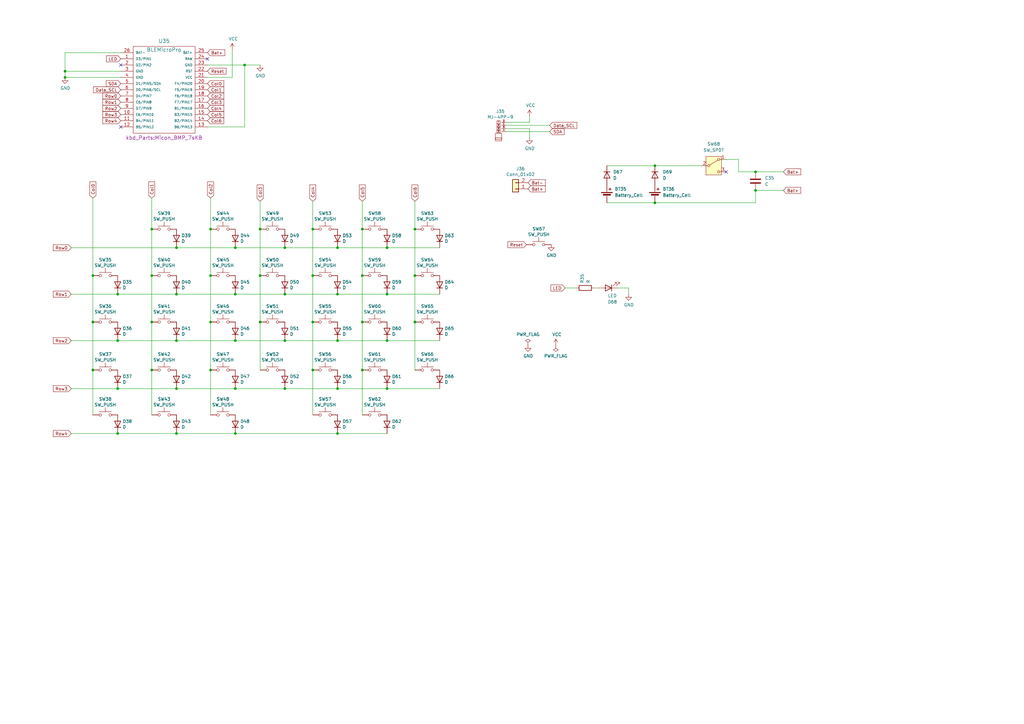
<source format=kicad_sch>
(kicad_sch (version 20250114) (generator "eeschema") (generator_version "9.0")
  (paper "A3")
  (lib_symbols
    (symbol "Connector_Generic:Conn_01x02" (pin_names (offset 1.016) (hide yes))
      (property "Reference" "J" (at 0 2.54 0))
      (property "Value" "Conn_01x02" (at 0 -5.08 0))
      (symbol "Conn_01x02_1_1"
        (rectangle (start -1.27 1.27) (end 1.27 -3.81) (stroke (width 0.254)) (fill (type background)))
        (rectangle (start -1.27 0.127) (end 0 -0.127) (stroke (width 0.1524)))
        (rectangle (start -1.27 -2.413) (end 0 -2.667) (stroke (width 0.1524)))
        (pin passive line (at -5.08 0 0) (length 3.81) (name "Pin_1") (number "1"))
        (pin passive line (at -5.08 -2.54 0) (length 3.81) (name "Pin_2") (number "2"))
      )
    )
    (symbol "D_1" (pin_numbers (hide yes)) (pin_names (offset 1.016) (hide yes))
      (property "Reference" "D" (at 0 2.54 0))
      (property "Value" "D" (at 0 -2.54 0))
      (symbol "D_1_0_1"
        (polyline (pts (xy -1.27 1.27) (xy -1.27 -1.27)) (stroke (width 0.254)))
        (polyline (pts (xy 1.27 1.27) (xy 1.27 -1.27) (xy -1.27 0) (xy 1.27 1.27)) (stroke (width 0.254)))
        (polyline (pts (xy 1.27 0) (xy -1.27 0)))
      )
      (symbol "D_1_1_1"
        (pin passive line (at -3.81 0 0) (length 2.54) (name "K") (number "1"))
        (pin passive line (at 3.81 0 180) (length 2.54) (name "A") (number "2"))
      )
    )
    (symbol "Device:Battery_Cell" (pin_numbers (hide yes)) (pin_names (offset 0) (hide yes))
      (property "Reference" "BT" (at 2.54 2.54 0))
      (property "Value" "Battery_Cell" (at 2.54 0 0))
      (symbol "Battery_Cell_0_1"
        (rectangle (start -2.286 1.778) (end 2.286 1.524) (fill (type outline)))
        (rectangle (start -1.524 1.016) (end 1.524 0.508) (fill (type outline)))
        (polyline (pts (xy 0 1.778) (xy 0 2.54)))
        (polyline (pts (xy 0 0.762) (xy 0 0)))
        (polyline (pts (xy 0.762 3.048) (xy 1.778 3.048)) (stroke (width 0.254)))
        (polyline (pts (xy 1.27 3.556) (xy 1.27 2.54)) (stroke (width 0.254)))
      )
      (symbol "Battery_Cell_1_1"
        (pin passive line (at 0 5.08 270) (length 2.54) (name "+") (number "1"))
        (pin passive line (at 0 -2.54 90) (length 2.54) (name "-") (number "2"))
      )
    )
    (symbol "Device:C" (pin_numbers (hide yes)) (pin_names (offset 0.254))
      (property "Reference" "C" (at 0.635 2.54 0))
      (property "Value" "C" (at 0.635 -2.54 0))
      (symbol "C_0_1"
        (polyline (pts (xy -2.032 0.762) (xy 2.032 0.762)) (stroke (width 0.508)))
        (polyline (pts (xy -2.032 -0.762) (xy 2.032 -0.762)) (stroke (width 0.508)))
      )
      (symbol "C_1_1"
        (pin passive line (at 0 3.81 270) (length 2.794) (name "~") (number "1"))
        (pin passive line (at 0 -3.81 90) (length 2.794) (name "~") (number "2"))
      )
    )
    (symbol "Device:D" (pin_numbers (hide yes)) (pin_names (offset 1.016) (hide yes))
      (property "Reference" "D" (at 0 2.54 0))
      (property "Value" "D" (at 0 -2.54 0))
      (symbol "D_0_1"
        (polyline (pts (xy -1.27 1.27) (xy -1.27 -1.27)) (stroke (width 0.254)))
        (polyline (pts (xy 1.27 1.27) (xy 1.27 -1.27) (xy -1.27 0) (xy 1.27 1.27)) (stroke (width 0.254)))
        (polyline (pts (xy 1.27 0) (xy -1.27 0)))
      )
      (symbol "D_1_1"
        (pin passive line (at -3.81 0 0) (length 2.54) (name "K") (number "1"))
        (pin passive line (at 3.81 0 180) (length 2.54) (name "A") (number "2"))
      )
    )
    (symbol "Device:LED" (pin_numbers (hide yes)) (pin_names (offset 1.016) (hide yes))
      (property "Reference" "D" (at 0 2.54 0))
      (property "Value" "LED" (at 0 -2.54 0))
      (symbol "LED_0_1"
        (polyline (pts (xy -3.048 -0.762) (xy -4.572 -2.286) (xy -3.81 -2.286) (xy -4.572 -2.286) (xy -4.572 -1.524)))
        (polyline (pts (xy -1.778 -0.762) (xy -3.302 -2.286) (xy -2.54 -2.286) (xy -3.302 -2.286) (xy -3.302 -1.524)))
        (polyline (pts (xy -1.27 0) (xy 1.27 0)))
        (polyline (pts (xy -1.27 -1.27) (xy -1.27 1.27)) (stroke (width 0.254)))
        (polyline (pts (xy 1.27 -1.27) (xy 1.27 1.27) (xy -1.27 0) (xy 1.27 -1.27)) (stroke (width 0.254)))
      )
      (symbol "LED_1_1"
        (pin passive line (at -3.81 0 0) (length 2.54) (name "K") (number "1"))
        (pin passive line (at 3.81 0 180) (length 2.54) (name "A") (number "2"))
      )
    )
    (symbol "Device:R" (pin_numbers (hide yes)) (pin_names (offset 0))
      (property "Reference" "R" (at 2.032 0 90))
      (property "Value" "R" (at 0 0 90))
      (symbol "R_0_1"
        (rectangle (start -1.016 -2.54) (end 1.016 2.54) (stroke (width 0.254)))
      )
      (symbol "R_1_1"
        (pin passive line (at 0 3.81 270) (length 1.27) (name "~") (number "1"))
        (pin passive line (at 0 -3.81 90) (length 1.27) (name "~") (number "2"))
      )
    )
    (symbol "Salicylic_kbd:Micon_BLEMicroPro" (pin_names (offset 1.016))
      (property "Reference" "U" (at 0 26.67 0))
      (property "Value" "Micon_BLEMicroPro" (at 0 -13.97 0))
      (symbol "Micon_BLEMicroPro_0_1"
        (rectangle (start 12.7 24.13) (end -12.7 -11.43))
      )
      (symbol "Micon_BLEMicroPro_1_1"
        (pin input line (at -17.78 21.59 0) (length 5.08) (name "BAT-") (number "26"))
        (pin bidirectional line (at -17.78 19.05 0) (length 5.08) (name "D3/PIN1") (number "1"))
        (pin bidirectional line (at -17.78 16.51 0) (length 5.08) (name "D2/PIN2") (number "2"))
        (pin power_in line (at -17.78 13.97 0) (length 5.08) (name "GND") (number "3"))
        (pin power_in line (at -17.78 11.43 0) (length 5.08) (name "GND") (number "4"))
        (pin bidirectional line (at -17.78 8.89 0) (length 5.08) (name "D1/PIN5/SDA") (number "5"))
        (pin bidirectional line (at -17.78 6.35 0) (length 5.08) (name "D0/PIN6/SCL") (number "6"))
        (pin bidirectional line (at -17.78 3.81 0) (length 5.08) (name "D4/PIN7") (number "7"))
        (pin bidirectional line (at -17.78 1.27 0) (length 5.08) (name "C6/PIN8") (number "8"))
        (pin bidirectional line (at -17.78 -1.27 0) (length 5.08) (name "D7/PIN9") (number "9"))
        (pin bidirectional line (at -17.78 -3.81 0) (length 5.08) (name "E6/PIN10") (number "10"))
        (pin bidirectional line (at -17.78 -6.35 0) (length 5.08) (name "B4/PIN11") (number "11"))
        (pin bidirectional line (at -17.78 -8.89 0) (length 5.08) (name "B5/PIN12") (number "12"))
        (pin input line (at 17.78 21.59 180) (length 5.08) (name "BAT+") (number "25"))
        (pin power_out line (at 17.78 19.05 180) (length 5.08) (name "RAW") (number "24"))
        (pin power_in line (at 17.78 16.51 180) (length 5.08) (name "GND") (number "23"))
        (pin input line (at 17.78 13.97 180) (length 5.08) (name "RST") (number "22"))
        (pin power_in line (at 17.78 11.43 180) (length 5.08) (name "VCC") (number "21"))
        (pin bidirectional line (at 17.78 8.89 180) (length 5.08) (name "F4/PIN20") (number "20"))
        (pin bidirectional line (at 17.78 6.35 180) (length 5.08) (name "F5/PIN19") (number "19"))
        (pin bidirectional line (at 17.78 3.81 180) (length 5.08) (name "F6/PIN18") (number "18"))
        (pin bidirectional line (at 17.78 1.27 180) (length 5.08) (name "F7/PIN17") (number "17"))
        (pin bidirectional line (at 17.78 -1.27 180) (length 5.08) (name "B1/PIN16") (number "16"))
        (pin bidirectional line (at 17.78 -3.81 180) (length 5.08) (name "B3/PIN15") (number "15"))
        (pin bidirectional line (at 17.78 -6.35 180) (length 5.08) (name "B2/PIN14") (number "14"))
        (pin bidirectional line (at 17.78 -8.89 180) (length 5.08) (name "B6/PIN13") (number "13"))
      )
    )
    (symbol "Salicylic_kbd:TRRS_MJ-4PP-9" (pin_names (offset 1.016))
      (property "Reference" "J" (at 0 5.08 0))
      (property "Value" "TRRS_MJ-4PP-9" (at 0 -6.985 0))
      (symbol "TRRS_MJ-4PP-9_0_0"
        (text "T" (at 0 2.54 0) (effects (font (size 0.6096 0.6096))))
        (text "R" (at 0 1.27 0) (effects (font (size 0.6096 0.6096))))
        (text "R" (at 0 0 0) (effects (font (size 0.6096 0.6096))))
        (text "S" (at 0 -1.27 0) (effects (font (size 0.6096 0.6096))))
      )
      (symbol "TRRS_MJ-4PP-9_0_1"
        (rectangle (start -1.27 -1.905) (end 1.27 -5.08))
        (rectangle (start -1.27 -3.81) (end 1.27 -4.445))
        (rectangle (start -0.635 3.175) (end 0.635 1.905))
        (rectangle (start -0.635 1.905) (end 0.635 0.635))
        (rectangle (start -0.635 0.635) (end 0.635 -0.635))
        (rectangle (start -0.635 -0.635) (end 0.635 -1.905))
      )
      (symbol "TRRS_MJ-4PP-9_1_1"
        (pin input line (at 3.175 2.54 180) (length 2.0066) (name "~") (number "D"))
        (pin input line (at 3.175 1.27 180) (length 2.0066) (name "~") (number "C"))
        (pin input line (at 3.175 0 180) (length 2.0066) (name "~") (number "B"))
        (pin input line (at 3.175 -1.27 180) (length 2.0066) (name "~") (number "A"))
      )
    )
    (symbol "Switch:SW_Push" (pin_numbers (hide yes)) (pin_names (offset 1.016) (hide yes))
      (property "Reference" "SW" (at 1.27 2.54 0))
      (property "Value" "SW_Push" (at 0 -1.524 0))
      (symbol "SW_Push_0_1"
        (circle (center -2.032 0) (radius 0.508))
        (polyline (pts (xy 0 1.27) (xy 0 3.048)))
        (circle (center 2.032 0) (radius 0.508))
        (polyline (pts (xy 2.54 1.27) (xy -2.54 1.27)))
        (pin passive line (at -5.08 0 0) (length 2.54) (name "1") (number "1"))
        (pin passive line (at 5.08 0 180) (length 2.54) (name "2") (number "2"))
      )
    )
    (symbol "Switch:SW_SPDT" (pin_names (offset 0) (hide yes))
      (property "Reference" "SW" (at 0 5.08 0))
      (property "Value" "SW_SPDT" (at 0 -5.08 0))
      (symbol "SW_SPDT_0_1"
        (circle (center -2.032 0) (radius 0.4572))
        (polyline (pts (xy -1.651 0.254) (xy 1.651 2.286)))
        (circle (center 2.032 2.54) (radius 0.4572))
        (circle (center 2.032 -2.54) (radius 0.4572))
      )
      (symbol "SW_SPDT_1_1"
        (rectangle (start -3.175 3.81) (end 3.175 -3.81) (fill (type background)))
        (pin passive line (at -5.08 0 0) (length 2.54) (name "B") (number "2"))
        (pin passive line (at 5.08 2.54 180) (length 2.54) (name "A") (number "1"))
        (pin passive line (at 5.08 -2.54 180) (length 2.54) (name "C") (number "3"))
      )
    )
    (symbol "power:GND" (power) (pin_names (offset 0))
      (property "Value" "GND" (at 0 -3.81 0))
      (symbol "GND_0_1"
        (polyline (pts (xy 0 0) (xy 0 -1.27) (xy 1.27 -1.27) (xy 0 -2.54) (xy -1.27 -1.27) (xy 0 -1.27)))
      )
      (symbol "GND_1_1"
        (pin power_in line (at 0 0 270) (length 0) (hide yes) (name "GND") (number "1"))
      )
    )
    (symbol "power:PWR_FLAG" (power) (pin_numbers (hide yes)) (pin_names (offset 0) (hide yes))
      (property "Value" "PWR_FLAG" (at 0 3.81 0))
      (symbol "PWR_FLAG_0_0"
        (pin power_out line (at 0 0 90) (length 0) (name "pwr") (number "1"))
      )
      (symbol "PWR_FLAG_0_1"
        (polyline (pts (xy 0 0) (xy 0 1.27) (xy -1.016 1.905) (xy 0 2.54) (xy 1.016 1.905) (xy 0 1.27)))
      )
    )
    (symbol "power:VCC" (power) (pin_names (offset 0))
      (property "Value" "VCC" (at 0 3.81 0))
      (symbol "VCC_0_1"
        (polyline (pts (xy -0.762 1.27) (xy 0 2.54)))
        (polyline (pts (xy 0 2.54) (xy 0.762 1.27)))
        (polyline (pts (xy 0 0) (xy 0 2.54)))
      )
      (symbol "VCC_1_1"
        (pin power_in line (at 0 0 90) (length 0) (hide yes) (name "VCC") (number "1"))
      )
    )
  )
  (junction (at 62.23 93.98))
  (junction (at 86.36 93.98))
  (junction (at 96.52 139.7))
  (junction (at 48.26 120.65))
  (junction (at 170.18 93.98))
  (junction (at 86.36 113.03))
  (junction (at 158.75 139.7))
  (junction (at 26.67 31.75))
  (junction (at 138.43 177.8))
  (junction (at 86.36 132.08))
  (junction (at 116.84 139.7))
  (junction (at 96.52 120.65))
  (junction (at 148.59 113.03))
  (junction (at 128.27 93.98))
  (junction (at 106.68 132.08))
  (junction (at 38.1 132.08))
  (junction (at 309.88 70.485))
  (junction (at 62.23 151.765))
  (junction (at 48.26 177.8))
  (junction (at 116.84 120.65))
  (junction (at 128.27 113.03))
  (junction (at 106.68 113.03))
  (junction (at 158.75 120.65))
  (junction (at 128.27 151.765))
  (junction (at 26.67 29.21))
  (junction (at 158.75 101.6))
  (junction (at 116.84 101.6))
  (junction (at 158.75 159.385))
  (junction (at 86.36 151.765))
  (junction (at 62.23 113.03))
  (junction (at 138.43 101.6))
  (junction (at 38.1 151.765))
  (junction (at 170.18 132.08))
  (junction (at 96.52 101.6))
  (junction (at 148.59 93.98))
  (junction (at 116.84 159.385))
  (junction (at 138.43 120.65))
  (junction (at 72.39 177.8))
  (junction (at 38.1 113.03))
  (junction (at 72.39 101.6))
  (junction (at 106.68 93.98))
  (junction (at 138.43 139.7))
  (junction (at 268.605 83.185))
  (junction (at 48.26 159.385))
  (junction (at 62.23 132.08))
  (junction (at 100.33 26.67))
  (junction (at 72.39 139.7))
  (junction (at 148.59 151.765))
  (junction (at 48.26 139.7))
  (junction (at 96.52 177.8))
  (junction (at 309.88 78.105))
  (junction (at 138.43 159.385))
  (junction (at 128.27 132.08))
  (junction (at 72.39 120.65))
  (junction (at 170.18 113.03))
  (junction (at 96.52 159.385))
  (junction (at 268.605 67.945))
  (junction (at 72.39 159.385))
  (junction (at 148.59 132.08))
  (no_connect (at 297.815 70.485))
  (no_connect (at 49.53 26.67))
  (no_connect (at 49.53 52.07))
  (no_connect (at 85.09 24.13))
  (wire (pts (xy 170.18 132.08) (xy 170.18 151.765)))
  (wire (pts (xy 86.36 151.765) (xy 86.36 170.18)))
  (wire (pts (xy 138.43 139.7) (xy 158.75 139.7)))
  (wire (pts (xy 38.1 81.28) (xy 38.1 113.03)))
  (wire (pts (xy 29.21 139.7) (xy 48.26 139.7)))
  (wire (pts (xy 158.75 101.6) (xy 180.34 101.6)))
  (wire (pts (xy 243.84 118.11) (xy 245.745 118.11)))
  (wire (pts (xy 29.21 101.6) (xy 72.39 101.6)))
  (wire (pts (xy 170.18 113.03) (xy 170.18 132.08)))
  (wire (pts (xy 207.645 52.705) (xy 217.17 52.705)))
  (wire (pts (xy 86.36 93.98) (xy 86.36 113.03)))
  (wire (pts (xy 29.21 159.385) (xy 48.26 159.385)))
  (wire (pts (xy 62.23 113.03) (xy 62.23 132.08)))
  (wire (pts (xy 116.84 159.385) (xy 138.43 159.385)))
  (wire (pts (xy 128.27 132.08) (xy 128.27 151.765)))
  (wire (pts (xy 148.59 151.765) (xy 148.59 170.18)))
  (wire (pts (xy 302.895 65.405) (xy 302.895 70.485)))
  (wire (pts (xy 138.43 120.65) (xy 158.75 120.65)))
  (wire (pts (xy 96.52 101.6) (xy 116.84 101.6)))
  (wire (pts (xy 48.26 159.385) (xy 72.39 159.385)))
  (wire (pts (xy 29.21 120.65) (xy 48.26 120.65)))
  (wire (pts (xy 207.645 51.435) (xy 225.425 51.435)))
  (wire (pts (xy 62.23 93.98) (xy 62.23 113.03)))
  (wire (pts (xy 248.92 83.185) (xy 268.605 83.185)))
  (wire (pts (xy 253.365 118.11) (xy 257.81 118.11)))
  (wire (pts (xy 29.21 177.8) (xy 48.26 177.8)))
  (wire (pts (xy 138.43 101.6) (xy 158.75 101.6)))
  (wire (pts (xy 86.36 113.03) (xy 86.36 132.08)))
  (wire (pts (xy 48.26 139.7) (xy 72.39 139.7)))
  (wire (pts (xy 309.88 70.485) (xy 321.31 70.485)))
  (wire (pts (xy 72.39 101.6) (xy 96.52 101.6)))
  (wire (pts (xy 148.59 132.08) (xy 148.59 151.765)))
  (wire (pts (xy 148.59 93.98) (xy 148.59 113.03)))
  (wire (pts (xy 72.39 139.7) (xy 96.52 139.7)))
  (wire (pts (xy 72.39 159.385) (xy 96.52 159.385)))
  (wire (pts (xy 95.25 31.75) (xy 95.25 20.32)))
  (wire (pts (xy 100.33 52.07) (xy 100.33 26.67)))
  (wire (pts (xy 297.815 65.405) (xy 302.895 65.405)))
  (wire (pts (xy 116.84 101.6) (xy 138.43 101.6)))
  (wire (pts (xy 128.27 113.03) (xy 128.27 132.08)))
  (wire (pts (xy 48.26 177.8) (xy 72.39 177.8)))
  (wire (pts (xy 248.92 67.945) (xy 268.605 67.945)))
  (wire (pts (xy 170.18 82.55) (xy 170.18 93.98)))
  (wire (pts (xy 85.09 31.75) (xy 95.25 31.75)))
  (wire (pts (xy 302.895 70.485) (xy 309.88 70.485)))
  (wire (pts (xy 106.68 132.08) (xy 106.68 151.765)))
  (wire (pts (xy 128.27 93.98) (xy 128.27 113.03)))
  (wire (pts (xy 207.645 53.975) (xy 225.425 53.975)))
  (wire (pts (xy 158.75 159.385) (xy 180.34 159.385)))
  (wire (pts (xy 217.17 50.165) (xy 217.17 47.625)))
  (wire (pts (xy 96.52 139.7) (xy 116.84 139.7)))
  (wire (pts (xy 138.43 177.8) (xy 158.75 177.8)))
  (wire (pts (xy 116.84 139.7) (xy 138.43 139.7)))
  (wire (pts (xy 138.43 159.385) (xy 158.75 159.385)))
  (wire (pts (xy 86.36 132.08) (xy 86.36 151.765)))
  (wire (pts (xy 309.88 78.105) (xy 309.88 83.185)))
  (wire (pts (xy 26.67 21.59) (xy 26.67 29.21)))
  (wire (pts (xy 217.17 52.705) (xy 217.17 56.515)))
  (wire (pts (xy 106.68 113.03) (xy 106.68 132.08)))
  (wire (pts (xy 158.75 139.7) (xy 180.34 139.7)))
  (wire (pts (xy 62.23 81.28) (xy 62.23 93.98)))
  (wire (pts (xy 100.33 26.67) (xy 85.09 26.67)))
  (wire (pts (xy 128.27 82.55) (xy 128.27 93.98)))
  (wire (pts (xy 85.09 52.07) (xy 100.33 52.07)))
  (wire (pts (xy 148.59 82.55) (xy 148.59 93.98)))
  (wire (pts (xy 170.18 93.98) (xy 170.18 113.03)))
  (wire (pts (xy 49.53 29.21) (xy 26.67 29.21)))
  (wire (pts (xy 49.53 21.59) (xy 26.67 21.59)))
  (wire (pts (xy 257.81 118.11) (xy 257.81 120.65)))
  (wire (pts (xy 62.23 132.08) (xy 62.23 151.765)))
  (wire (pts (xy 309.88 83.185) (xy 268.605 83.185)))
  (wire (pts (xy 128.27 151.765) (xy 128.27 170.18)))
  (wire (pts (xy 309.88 78.105) (xy 321.31 78.105)))
  (wire (pts (xy 116.84 120.65) (xy 138.43 120.65)))
  (wire (pts (xy 96.52 159.385) (xy 116.84 159.385)))
  (wire (pts (xy 207.645 50.165) (xy 217.17 50.165)))
  (wire (pts (xy 86.36 81.28) (xy 86.36 93.98)))
  (wire (pts (xy 38.1 132.08) (xy 38.1 151.765)))
  (wire (pts (xy 48.26 120.65) (xy 72.39 120.65)))
  (wire (pts (xy 106.68 93.98) (xy 106.68 113.03)))
  (wire (pts (xy 106.68 82.55) (xy 106.68 93.98)))
  (wire (pts (xy 38.1 113.03) (xy 38.1 132.08)))
  (wire (pts (xy 231.775 118.11) (xy 236.22 118.11)))
  (wire (pts (xy 96.52 177.8) (xy 138.43 177.8)))
  (wire (pts (xy 62.23 151.765) (xy 62.23 170.18)))
  (wire (pts (xy 268.605 67.945) (xy 287.655 67.945)))
  (wire (pts (xy 26.67 29.21) (xy 26.67 31.75)))
  (wire (pts (xy 49.53 31.75) (xy 26.67 31.75)))
  (wire (pts (xy 158.75 120.65) (xy 180.34 120.65)))
  (wire (pts (xy 106.68 26.67) (xy 100.33 26.67)))
  (wire (pts (xy 72.39 177.8) (xy 96.52 177.8)))
  (wire (pts (xy 72.39 120.65) (xy 96.52 120.65)))
  (wire (pts (xy 148.59 113.03) (xy 148.59 132.08)))
  (wire (pts (xy 38.1 151.765) (xy 38.1 170.18)))
  (wire (pts (xy 96.52 120.65) (xy 116.84 120.65)))
  (global_label "Row1" (shape input) (at 29.21 120.65 180) (property "Intersheetrefs" "${INTERSHEET_REFS}" (effects (hide yes))))
  (global_label "Row3" (shape input) (at 29.21 159.385 180) (property "Intersheetrefs" "${INTERSHEET_REFS}" (effects (hide yes))))
  (global_label "Reset" (shape input) (at 85.09 29.21 0) (property "Intersheetrefs" "${INTERSHEET_REFS}" (effects (hide yes))))
  (global_label "Row1" (shape input) (at 49.53 41.91 180) (property "Intersheetrefs" "${INTERSHEET_REFS}" (effects (hide yes))))
  (global_label "Bat+" (shape input) (at 216.535 77.47 0) (property "Intersheetrefs" "${INTERSHEET_REFS}" (effects (hide yes))))
  (global_label "Col4" (shape input) (at 85.09 44.45 0) (property "Intersheetrefs" "${INTERSHEET_REFS}" (effects (hide yes))))
  (global_label "Col5" (shape input) (at 148.59 82.55 90) (property "Intersheetrefs" "${INTERSHEET_REFS}" (effects (hide yes))))
  (global_label "Row4" (shape input) (at 29.21 177.8 180) (property "Intersheetrefs" "${INTERSHEET_REFS}" (effects (hide yes))))
  (global_label "Row2" (shape input) (at 29.21 139.7 180) (property "Intersheetrefs" "${INTERSHEET_REFS}" (effects (hide yes))))
  (global_label "SDA" (shape input) (at 225.425 53.975 0) (property "Intersheetrefs" "${INTERSHEET_REFS}" (effects (hide yes))))
  (global_label "Bat-" (shape input) (at 216.535 74.93 0) (property "Intersheetrefs" "${INTERSHEET_REFS}" (effects (hide yes))))
  (global_label "Col6" (shape input) (at 85.09 49.53 0) (property "Intersheetrefs" "${INTERSHEET_REFS}" (effects (hide yes))))
  (global_label "Row0" (shape input) (at 29.21 101.6 180) (property "Intersheetrefs" "${INTERSHEET_REFS}" (effects (hide yes))))
  (global_label "Bat+" (shape input) (at 85.09 21.59 0) (property "Intersheetrefs" "${INTERSHEET_REFS}" (effects (hide yes))))
  (global_label "Reset" (shape input) (at 215.9 100.33 180) (property "Intersheetrefs" "${INTERSHEET_REFS}" (effects (hide yes))))
  (global_label "Col0" (shape input) (at 38.1 81.28 90) (property "Intersheetrefs" "${INTERSHEET_REFS}" (effects (hide yes))))
  (global_label "Col1" (shape input) (at 62.23 81.28 90) (property "Intersheetrefs" "${INTERSHEET_REFS}" (effects (hide yes))))
  (global_label "Row0" (shape input) (at 49.53 39.37 180) (property "Intersheetrefs" "${INTERSHEET_REFS}" (effects (hide yes))))
  (global_label "Col6" (shape input) (at 170.18 82.55 90) (property "Intersheetrefs" "${INTERSHEET_REFS}" (effects (hide yes))))
  (global_label "Col2" (shape input) (at 86.36 81.28 90) (property "Intersheetrefs" "${INTERSHEET_REFS}" (effects (hide yes))))
  (global_label "Col0" (shape input) (at 85.09 34.29 0) (property "Intersheetrefs" "${INTERSHEET_REFS}" (effects (hide yes))))
  (global_label "Row4" (shape input) (at 49.53 49.53 180) (property "Intersheetrefs" "${INTERSHEET_REFS}" (effects (hide yes))))
  (global_label "SDA" (shape input) (at 49.53 34.29 180) (property "Intersheetrefs" "${INTERSHEET_REFS}" (effects (hide yes))))
  (global_label "Col1" (shape input) (at 85.09 36.83 0) (property "Intersheetrefs" "${INTERSHEET_REFS}" (effects (hide yes))))
  (global_label "Col5" (shape input) (at 85.09 46.99 0) (property "Intersheetrefs" "${INTERSHEET_REFS}" (effects (hide yes))))
  (global_label "LED" (shape input) (at 231.775 118.11 180) (property "Intersheetrefs" "${INTERSHEET_REFS}" (effects (hide yes))))
  (global_label "Bat+" (shape input) (at 321.31 70.485 0) (property "Intersheetrefs" "${INTERSHEET_REFS}" (effects (hide yes))))
  (global_label "Col4" (shape input) (at 128.27 82.55 90) (property "Intersheetrefs" "${INTERSHEET_REFS}" (effects (hide yes))))
  (global_label "Row3" (shape input) (at 49.53 46.99 180) (property "Intersheetrefs" "${INTERSHEET_REFS}" (effects (hide yes))))
  (global_label "Data_SCL" (shape input) (at 49.53 36.83 180) (property "Intersheetrefs" "${INTERSHEET_REFS}" (effects (hide yes))))
  (global_label "Col2" (shape input) (at 85.09 39.37 0) (property "Intersheetrefs" "${INTERSHEET_REFS}" (effects (hide yes))))
  (global_label "Row2" (shape input) (at 49.53 44.45 180) (property "Intersheetrefs" "${INTERSHEET_REFS}" (effects (hide yes))))
  (global_label "Data_SCL" (shape input) (at 225.425 51.435 0) (property "Intersheetrefs" "${INTERSHEET_REFS}" (effects (hide yes))))
  (global_label "Bat+" (shape input) (at 321.31 78.105 0) (property "Intersheetrefs" "${INTERSHEET_REFS}" (effects (hide yes))))
  (global_label "Col3" (shape input) (at 85.09 41.91 0) (property "Intersheetrefs" "${INTERSHEET_REFS}" (effects (hide yes))))
  (global_label "LED" (shape input) (at 49.53 24.13 180) (property "Intersheetrefs" "${INTERSHEET_REFS}" (effects (hide yes))))
  (global_label "Col3" (shape input) (at 106.68 82.55 90) (property "Intersheetrefs" "${INTERSHEET_REFS}" (effects (hide yes))))
  (symbol (lib_id "Salicylic_kbd:Micon_BLEMicroPro") (at 67.31 43.18 0) (unit 1)
    (property "Reference" "U35" (at 67.31 16.8402 0) (effects (font (size 1.524 1.524))))
    (property "Value" "BLEMicroPro" (at 67.31 19.5326 0) (effects (font (size 1.524 1.524)) (justify top)))
    (property "Footprint" "kbd_Parts:Micon_BMP_7sKB" (at 67.31 56.515 0) (effects (font (size 1.524 1.524))))
  )
  (symbol (lib_id "power:GND") (at 106.68 26.67 0) (unit 1)
    (property "Reference" "#PWR037" (effects (hide yes)))
    (property "Value" "GND" (at 106.807 31.0642 0))
  )
  (symbol (lib_id "power:VCC") (at 95.25 20.32 0) (unit 1)
    (property "Reference" "#PWR036" (effects (hide yes)))
    (property "Value" "VCC" (at 95.6818 15.9258 0))
  )
  (symbol (lib_id "power:GND") (at 26.67 31.75 0) (unit 1)
    (property "Reference" "#PWR035" (effects (hide yes)))
    (property "Value" "GND" (at 26.797 36.1442 0))
  )
  (symbol (lib_id "Device:D") (at 72.39 97.79 90) (unit 1)
    (property "Reference" "D39" (at 74.3966 96.6216 90) (effects (justify right)))
    (property "Value" "D" (at 74.3966 98.933 90) (effects (justify right)))
    (property "Footprint" "kbd_Parts:Diode_TH_SMD" (effects (hide yes)))
  )
  (symbol (lib_id "Device:D") (at 72.39 116.84 90) (unit 1)
    (property "Reference" "D40" (at 74.3966 115.6716 90) (effects (justify right)))
    (property "Value" "D" (at 74.3966 117.983 90) (effects (justify right)))
    (property "Footprint" "kbd_Parts:Diode_TH_SMD" (effects (hide yes)))
  )
  (symbol (lib_id "Device:D") (at 48.26 116.84 90) (unit 1)
    (property "Reference" "D35" (at 50.2666 115.6716 90) (effects (justify right)))
    (property "Value" "D" (at 50.2666 117.983 90) (effects (justify right)))
    (property "Footprint" "kbd_Parts:Diode_TH_SMD" (effects (hide yes)))
  )
  (symbol (lib_id "power:PWR_FLAG") (at 216.535 141.605 0) (unit 1)
    (property "Reference" "#FLG035" (effects (hide yes)))
    (property "Value" "PWR_FLAG" (at 216.535 137.1854 0))
  )
  (symbol (lib_id "power:PWR_FLAG") (at 227.965 141.605 180) (unit 1)
    (property "Reference" "#FLG036" (effects (hide yes)))
    (property "Value" "PWR_FLAG" (at 227.965 145.9992 0))
  )
  (symbol (lib_id "power:GND") (at 216.535 141.605 0) (unit 1)
    (property "Reference" "#PWR038" (effects (hide yes)))
    (property "Value" "GND" (at 216.662 145.9992 0))
  )
  (symbol (lib_id "power:VCC") (at 227.965 141.605 0) (unit 1)
    (property "Reference" "#PWR042" (effects (hide yes)))
    (property "Value" "VCC" (at 228.3968 137.2108 0))
  )
  (symbol (lib_id "Device:D") (at 96.52 97.79 90) (unit 1)
    (property "Reference" "D44" (at 98.5266 96.6216 90) (effects (justify right)))
    (property "Value" "D" (at 98.5266 98.933 90) (effects (justify right)))
    (property "Footprint" "kbd_Parts:Diode_TH_SMD" (effects (hide yes)))
  )
  (symbol (lib_id "Device:D") (at 116.84 97.79 90) (unit 1)
    (property "Reference" "D49" (at 118.8466 96.6216 90) (effects (justify right)))
    (property "Value" "D" (at 118.8466 98.933 90) (effects (justify right)))
    (property "Footprint" "kbd_Parts:Diode_TH_SMD" (effects (hide yes)))
  )
  (symbol (lib_id "Device:D") (at 138.43 97.79 90) (unit 1)
    (property "Reference" "D53" (at 140.4366 96.6216 90) (effects (justify right)))
    (property "Value" "D" (at 140.4366 98.933 90) (effects (justify right)))
    (property "Footprint" "kbd_Parts:Diode_TH_SMD" (effects (hide yes)))
  )
  (symbol (lib_id "Device:D") (at 158.75 97.79 90) (unit 1)
    (property "Reference" "D58" (at 160.7566 96.6216 90) (effects (justify right)))
    (property "Value" "D" (at 160.7566 98.933 90) (effects (justify right)))
    (property "Footprint" "kbd_Parts:Diode_TH_SMD" (effects (hide yes)))
  )
  (symbol (lib_id "Device:D") (at 158.75 116.84 90) (unit 1)
    (property "Reference" "D59" (at 160.7566 115.6716 90) (effects (justify right)))
    (property "Value" "D" (at 160.7566 117.983 90) (effects (justify right)))
    (property "Footprint" "kbd_Parts:Diode_TH_SMD" (effects (hide yes)))
  )
  (symbol (lib_id "Device:D") (at 158.75 135.89 90) (unit 1)
    (property "Reference" "D60" (at 160.7566 134.7216 90) (effects (justify right)))
    (property "Value" "D" (at 160.7566 137.033 90) (effects (justify right)))
    (property "Footprint" "kbd_Parts:Diode_TH_SMD" (effects (hide yes)))
  )
  (symbol (lib_id "Device:D") (at 158.75 155.575 90) (unit 1)
    (property "Reference" "D61" (at 160.7566 154.4066 90) (effects (justify right)))
    (property "Value" "D" (at 160.7566 156.718 90) (effects (justify right)))
    (property "Footprint" "kbd_Parts:Diode_TH_SMD" (effects (hide yes)))
  )
  (symbol (lib_id "Device:D") (at 138.43 155.575 90) (unit 1)
    (property "Reference" "D56" (at 140.4366 154.4066 90) (effects (justify right)))
    (property "Value" "D" (at 140.4366 156.718 90) (effects (justify right)))
    (property "Footprint" "kbd_Parts:Diode_TH_SMD" (effects (hide yes)))
  )
  (symbol (lib_id "Device:D") (at 138.43 135.89 90) (unit 1)
    (property "Reference" "D55" (at 140.4366 134.7216 90) (effects (justify right)))
    (property "Value" "D" (at 140.4366 137.033 90) (effects (justify right)))
    (property "Footprint" "kbd_Parts:Diode_TH_SMD" (effects (hide yes)))
  )
  (symbol (lib_id "Device:D") (at 138.43 116.84 90) (unit 1)
    (property "Reference" "D54" (at 140.4366 115.6716 90) (effects (justify right)))
    (property "Value" "D" (at 140.4366 117.983 90) (effects (justify right)))
    (property "Footprint" "kbd_Parts:Diode_TH_SMD" (effects (hide yes)))
  )
  (symbol (lib_id "Device:D") (at 116.84 116.84 90) (unit 1)
    (property "Reference" "D50" (at 118.8466 115.6716 90) (effects (justify right)))
    (property "Value" "D" (at 118.8466 117.983 90) (effects (justify right)))
    (property "Footprint" "kbd_Parts:Diode_TH_SMD" (effects (hide yes)))
  )
  (symbol (lib_id "Device:D") (at 96.52 116.84 90) (unit 1)
    (property "Reference" "D45" (at 98.5266 115.6716 90) (effects (justify right)))
    (property "Value" "D" (at 98.5266 117.983 90) (effects (justify right)))
    (property "Footprint" "kbd_Parts:Diode_TH_SMD" (effects (hide yes)))
  )
  (symbol (lib_id "Device:D") (at 96.52 135.89 90) (unit 1)
    (property "Reference" "D46" (at 98.5266 134.7216 90) (effects (justify right)))
    (property "Value" "D" (at 98.5266 137.033 90) (effects (justify right)))
    (property "Footprint" "kbd_Parts:Diode_TH_SMD" (effects (hide yes)))
  )
  (symbol (lib_id "Device:D") (at 116.84 135.89 90) (unit 1)
    (property "Reference" "D51" (at 118.8466 134.7216 90) (effects (justify right)))
    (property "Value" "D" (at 118.8466 137.033 90) (effects (justify right)))
    (property "Footprint" "kbd_Parts:Diode_TH_SMD" (effects (hide yes)))
  )
  (symbol (lib_id "Device:D") (at 116.84 155.575 90) (unit 1)
    (property "Reference" "D52" (at 118.8466 154.4066 90) (effects (justify right)))
    (property "Value" "D" (at 118.8466 156.718 90) (effects (justify right)))
    (property "Footprint" "kbd_Parts:Diode_TH_SMD" (effects (hide yes)))
  )
  (symbol (lib_id "Device:D") (at 96.52 155.575 90) (unit 1)
    (property "Reference" "D47" (at 98.5266 154.4066 90) (effects (justify right)))
    (property "Value" "D" (at 98.5266 156.718 90) (effects (justify right)))
    (property "Footprint" "kbd_Parts:Diode_TH_SMD" (effects (hide yes)))
  )
  (symbol (lib_id "Device:D") (at 72.39 155.575 90) (unit 1)
    (property "Reference" "D42" (at 74.3966 154.4066 90) (effects (justify right)))
    (property "Value" "D" (at 74.3966 156.718 90) (effects (justify right)))
    (property "Footprint" "kbd_Parts:Diode_TH_SMD" (effects (hide yes)))
  )
  (symbol (lib_id "Device:D") (at 72.39 135.89 90) (unit 1)
    (property "Reference" "D41" (at 74.3966 134.7216 90) (effects (justify right)))
    (property "Value" "D" (at 74.3966 137.033 90) (effects (justify right)))
    (property "Footprint" "kbd_Parts:Diode_TH_SMD" (effects (hide yes)))
  )
  (symbol (lib_id "Device:D") (at 48.26 135.89 90) (unit 1)
    (property "Reference" "D36" (at 50.2666 134.7216 90) (effects (justify right)))
    (property "Value" "D" (at 50.2666 137.033 90) (effects (justify right)))
    (property "Footprint" "kbd_Parts:Diode_TH_SMD" (effects (hide yes)))
  )
  (symbol (lib_id "Device:D") (at 48.26 155.575 90) (unit 1)
    (property "Reference" "D37" (at 50.2666 154.4066 90) (effects (justify right)))
    (property "Value" "D" (at 50.2666 156.718 90) (effects (justify right)))
    (property "Footprint" "kbd_Parts:Diode_TH_SMD" (effects (hide yes)))
  )
  (symbol (lib_id "Switch:SW_Push") (at 153.67 93.98 0) (unit 1)
    (property "Reference" "SW58" (at 153.67 87.503 0))
    (property "Value" "SW_PUSH" (at 153.67 89.8144 0))
    (property "Footprint" "kbd_SW_PCBA:Choc_v2_Hotswap_1u" (effects (hide yes)))
  )
  (symbol (lib_id "Switch:SW_Push") (at 153.67 113.03 0) (unit 1)
    (property "Reference" "SW59" (at 153.67 106.553 0))
    (property "Value" "SW_PUSH" (at 153.67 108.8644 0))
    (property "Footprint" "kbd_SW_PCBA:Choc_v2_Hotswap_1u" (effects (hide yes)))
  )
  (symbol (lib_id "Switch:SW_Push") (at 153.67 132.08 0) (unit 1)
    (property "Reference" "SW60" (at 153.67 125.603 0))
    (property "Value" "SW_PUSH" (at 153.67 127.9144 0))
    (property "Footprint" "kbd_SW_PCBA:Choc_v2_Hotswap_1u" (effects (hide yes)))
  )
  (symbol (lib_id "Switch:SW_Push") (at 153.67 151.765 0) (unit 1)
    (property "Reference" "SW61" (at 153.67 145.288 0))
    (property "Value" "SW_PUSH" (at 153.67 147.5994 0))
    (property "Footprint" "kbd_SW_PCBA:Choc_v2_Hotswap_1u" (effects (hide yes)))
  )
  (symbol (lib_id "Switch:SW_Push") (at 111.76 93.98 0) (unit 1)
    (property "Reference" "SW49" (at 111.76 87.503 0))
    (property "Value" "SW_PUSH" (at 111.76 89.8144 0))
    (property "Footprint" "kbd_SW_PCBA:Choc_v2_Hotswap_1u" (effects (hide yes)))
  )
  (symbol (lib_id "Switch:SW_Push") (at 111.76 113.03 0) (unit 1)
    (property "Reference" "SW50" (at 111.76 106.553 0))
    (property "Value" "SW_PUSH" (at 111.76 108.8644 0))
    (property "Footprint" "kbd_SW_PCBA:Choc_v2_Hotswap_1u" (effects (hide yes)))
  )
  (symbol (lib_id "Switch:SW_Push") (at 111.76 132.08 0) (unit 1)
    (property "Reference" "SW51" (at 111.76 125.603 0))
    (property "Value" "SW_PUSH" (at 111.76 127.9144 0))
    (property "Footprint" "kbd_SW_PCBA:Choc_v2_Hotswap_1u" (effects (hide yes)))
  )
  (symbol (lib_id "Switch:SW_Push") (at 111.76 151.765 0) (unit 1)
    (property "Reference" "SW52" (at 111.76 145.288 0))
    (property "Value" "SW_PUSH" (at 111.76 147.5994 0))
    (property "Footprint" "kbd_SW_PCBA:Choc_v2_Hotswap_1u" (effects (hide yes)))
  )
  (symbol (lib_id "Switch:SW_Push") (at 133.35 151.765 0) (unit 1)
    (property "Reference" "SW56" (at 133.35 145.288 0))
    (property "Value" "SW_PUSH" (at 133.35 147.5994 0))
    (property "Footprint" "kbd_SW_PCBA:Choc_v2_Hotswap_1u" (effects (hide yes)))
  )
  (symbol (lib_id "Switch:SW_Push") (at 133.35 132.08 0) (unit 1)
    (property "Reference" "SW55" (at 133.35 125.603 0))
    (property "Value" "SW_PUSH" (at 133.35 127.9144 0))
    (property "Footprint" "kbd_SW_PCBA:Choc_v2_Hotswap_1u" (effects (hide yes)))
  )
  (symbol (lib_id "Switch:SW_Push") (at 133.35 113.03 0) (unit 1)
    (property "Reference" "SW54" (at 133.35 106.553 0))
    (property "Value" "SW_PUSH" (at 133.35 108.8644 0))
    (property "Footprint" "kbd_SW_PCBA:Choc_v2_Hotswap_1u" (effects (hide yes)))
  )
  (symbol (lib_id "Switch:SW_Push") (at 133.35 93.98 0) (unit 1)
    (property "Reference" "SW53" (at 133.35 87.503 0))
    (property "Value" "SW_PUSH" (at 133.35 89.8144 0))
    (property "Footprint" "kbd_SW_PCBA:Choc_v2_Hotswap_1u" (effects (hide yes)))
  )
  (symbol (lib_id "Switch:SW_Push") (at 67.31 93.98 0) (unit 1)
    (property "Reference" "SW39" (at 67.31 87.503 0))
    (property "Value" "SW_PUSH" (at 67.31 89.8144 0))
    (property "Footprint" "kbd_SW_PCBA:Choc_v2_Hotswap_1u" (effects (hide yes)))
  )
  (symbol (lib_id "Switch:SW_Push") (at 67.31 113.03 0) (unit 1)
    (property "Reference" "SW40" (at 67.31 106.553 0))
    (property "Value" "SW_PUSH" (at 67.31 108.8644 0))
    (property "Footprint" "kbd_SW_PCBA:Choc_v2_Hotswap_1u" (effects (hide yes)))
  )
  (symbol (lib_id "Switch:SW_Push") (at 67.31 132.08 0) (unit 1)
    (property "Reference" "SW41" (at 67.31 125.603 0))
    (property "Value" "SW_PUSH" (at 67.31 127.9144 0))
    (property "Footprint" "kbd_SW_PCBA:Choc_v2_Hotswap_1u" (effects (hide yes)))
  )
  (symbol (lib_id "Switch:SW_Push") (at 67.31 151.765 0) (unit 1)
    (property "Reference" "SW42" (at 67.31 145.288 0))
    (property "Value" "SW_PUSH" (at 67.31 147.5994 0))
    (property "Footprint" "kbd_SW_PCBA:Choc_v2_Hotswap_1u" (effects (hide yes)))
  )
  (symbol (lib_id "Switch:SW_Push") (at 91.44 151.765 0) (unit 1)
    (property "Reference" "SW47" (at 91.44 145.288 0))
    (property "Value" "SW_PUSH" (at 91.44 147.5994 0))
    (property "Footprint" "kbd_SW_PCBA:Choc_v2_Hotswap_1u" (effects (hide yes)))
  )
  (symbol (lib_id "Switch:SW_Push") (at 91.44 132.08 0) (unit 1)
    (property "Reference" "SW46" (at 91.44 125.603 0))
    (property "Value" "SW_PUSH" (at 91.44 127.9144 0))
    (property "Footprint" "kbd_SW_PCBA:Choc_v2_Hotswap_1u" (effects (hide yes)))
  )
  (symbol (lib_id "Switch:SW_Push") (at 91.44 113.03 0) (unit 1)
    (property "Reference" "SW45" (at 91.44 106.553 0))
    (property "Value" "SW_PUSH" (at 91.44 108.8644 0))
    (property "Footprint" "kbd_SW_PCBA:Choc_v2_Hotswap_1u" (effects (hide yes)))
  )
  (symbol (lib_id "Switch:SW_Push") (at 91.44 93.98 0) (unit 1)
    (property "Reference" "SW44" (at 91.44 87.503 0))
    (property "Value" "SW_PUSH" (at 91.44 89.8144 0))
    (property "Footprint" "kbd_SW_PCBA:Choc_v2_Hotswap_1u" (effects (hide yes)))
  )
  (symbol (lib_id "Switch:SW_Push") (at 43.18 151.765 0) (unit 1)
    (property "Reference" "SW37" (at 43.18 145.288 0))
    (property "Value" "SW_PUSH" (at 43.18 147.5994 0))
    (property "Footprint" "kbd_SW_PCBA:Choc_v2_Hotswap_1u" (effects (hide yes)))
  )
  (symbol (lib_id "Switch:SW_Push") (at 43.18 132.08 0) (unit 1)
    (property "Reference" "SW36" (at 43.18 125.603 0))
    (property "Value" "SW_PUSH" (at 43.18 127.9144 0))
    (property "Footprint" "kbd_SW_PCBA:Choc_v2_Hotswap_1u" (effects (hide yes)))
  )
  (symbol (lib_id "Switch:SW_Push") (at 43.18 113.03 0) (unit 1)
    (property "Reference" "SW35" (at 43.18 106.553 0))
    (property "Value" "SW_PUSH" (at 43.18 108.8644 0))
    (property "Footprint" "kbd_SW_PCBA:Choc_v2_Hotswap_1u" (effects (hide yes)))
  )
  (symbol (lib_id "Switch:SW_Push") (at 43.18 170.18 0) (unit 1)
    (property "Reference" "SW38" (at 43.18 163.703 0))
    (property "Value" "SW_PUSH" (at 43.18 166.0144 0))
    (property "Footprint" "kbd_SW_PCBA:Choc_v2_Hotswap_1u" (effects (hide yes)))
  )
  (symbol (lib_id "Switch:SW_Push") (at 67.31 170.18 0) (unit 1)
    (property "Reference" "SW43" (at 67.31 163.703 0))
    (property "Value" "SW_PUSH" (at 67.31 166.0144 0))
    (property "Footprint" "kbd_SW_PCBA:Choc_v2_Hotswap_1u" (effects (hide yes)))
  )
  (symbol (lib_id "Switch:SW_Push") (at 133.35 170.18 0) (unit 1)
    (property "Reference" "SW57" (at 133.35 163.703 0))
    (property "Value" "SW_PUSH" (at 133.35 166.0144 0))
    (property "Footprint" "kbd_SW_PCBA:Choc_v2_Hotswap_1u" (effects (hide yes)))
  )
  (symbol (lib_id "Device:D") (at 48.26 173.99 90) (unit 1)
    (property "Reference" "D38" (at 50.2666 172.8216 90) (effects (justify right)))
    (property "Value" "D" (at 50.2666 175.133 90) (effects (justify right)))
    (property "Footprint" "kbd_Parts:Diode_TH_SMD" (effects (hide yes)))
  )
  (symbol (lib_id "Device:D") (at 72.39 173.99 90) (unit 1)
    (property "Reference" "D43" (at 74.3966 172.8216 90) (effects (justify right)))
    (property "Value" "D" (at 74.3966 175.133 90) (effects (justify right)))
    (property "Footprint" "kbd_Parts:Diode_TH_SMD" (effects (hide yes)))
  )
  (symbol (lib_id "Device:D") (at 138.43 173.99 90) (unit 1)
    (property "Reference" "D57" (at 140.4366 172.8216 90) (effects (justify right)))
    (property "Value" "D" (at 140.4366 175.133 90) (effects (justify right)))
    (property "Footprint" "kbd_Parts:Diode_TH_SMD" (effects (hide yes)))
  )
  (symbol (lib_id "Switch:SW_Push") (at 220.98 100.33 0) (unit 1)
    (property "Reference" "SW67" (at 220.98 93.853 0))
    (property "Value" "SW_PUSH" (at 220.98 96.1644 0))
    (property "Footprint" "kbd_Parts:ResetSW" (effects (hide yes)))
  )
  (symbol (lib_id "power:GND") (at 226.06 100.33 0) (unit 1)
    (property "Reference" "#PWR041" (effects (hide yes)))
    (property "Value" "GND" (at 226.187 104.7242 0))
  )
  (symbol (lib_id "Switch:SW_Push") (at 91.44 170.18 0) (unit 1)
    (property "Reference" "SW48" (at 91.44 163.703 0))
    (property "Value" "SW_PUSH" (at 91.44 166.0144 0))
    (property "Footprint" "kbd_SW_PCBA:Choc_v2_Hotswap_1u" (effects (hide yes)))
  )
  (symbol (lib_id "Device:D") (at 96.52 173.99 90) (unit 1)
    (property "Reference" "D48" (at 98.5266 172.8216 90) (effects (justify right)))
    (property "Value" "D" (at 98.5266 175.133 90) (effects (justify right)))
    (property "Footprint" "kbd_Parts:Diode_TH_SMD" (effects (hide yes)))
  )
  (symbol (lib_id "Device:D") (at 180.34 97.79 90) (unit 1)
    (property "Reference" "D63" (at 182.3466 96.6216 90) (effects (justify right)))
    (property "Value" "D" (at 182.3466 98.933 90) (effects (justify right)))
    (property "Footprint" "kbd_Parts:Diode_TH_SMD" (effects (hide yes)))
  )
  (symbol (lib_id "Device:D") (at 180.34 155.575 90) (unit 1)
    (property "Reference" "D66" (at 182.3466 154.4066 90) (effects (justify right)))
    (property "Value" "D" (at 182.3466 156.718 90) (effects (justify right)))
    (property "Footprint" "kbd_Parts:Diode_TH_SMD" (effects (hide yes)))
  )
  (symbol (lib_id "Device:D") (at 180.34 135.89 90) (unit 1)
    (property "Reference" "D65" (at 182.3466 134.7216 90) (effects (justify right)))
    (property "Value" "D" (at 182.3466 137.033 90) (effects (justify right)))
    (property "Footprint" "kbd_Parts:Diode_TH_SMD" (effects (hide yes)))
  )
  (symbol (lib_id "Device:D") (at 180.34 116.84 90) (unit 1)
    (property "Reference" "D64" (at 182.3466 115.6716 90) (effects (justify right)))
    (property "Value" "D" (at 182.3466 117.983 90) (effects (justify right)))
    (property "Footprint" "kbd_Parts:Diode_TH_SMD" (effects (hide yes)))
  )
  (symbol (lib_id "Switch:SW_Push") (at 175.26 151.765 0) (unit 1)
    (property "Reference" "SW66" (at 175.26 145.288 0))
    (property "Value" "SW_PUSH" (at 175.26 147.5994 0))
    (property "Footprint" "kbd_SW_PCBA:Choc_v2_Hotswap_1.5u" (effects (hide yes)))
  )
  (symbol (lib_id "Switch:SW_Push") (at 175.26 113.03 0) (unit 1)
    (property "Reference" "SW64" (at 175.26 106.553 0))
    (property "Value" "SW_PUSH" (at 175.26 108.8644 0))
    (property "Footprint" "kbd_SW_PCBA:Choc_v2_Hotswap_1u" (effects (hide yes)))
  )
  (symbol (lib_id "Switch:SW_Push") (at 175.26 93.98 0) (unit 1)
    (property "Reference" "SW63" (at 175.26 87.503 0))
    (property "Value" "SW_PUSH" (at 175.26 89.8144 0))
    (property "Footprint" "kbd_SW_PCBA:Choc_v2_Hotswap_1u" (effects (hide yes)))
  )
  (symbol (lib_id "Connector_Generic:Conn_01x02") (at 211.455 77.47 180) (unit 1)
    (property "Reference" "J36" (at 213.487 69.215 0))
    (property "Value" "Conn_01x02" (at 213.487 71.5264 0))
    (property "Footprint" "kbd_Parts:Battery_BMP_2pin" (effects (hide yes)))
  )
  (symbol (lib_id "Salicylic_kbd:TRRS_MJ-4PP-9") (at 204.47 52.705 0) (unit 1)
    (property "Reference" "J35" (at 205.232 45.6946 0))
    (property "Value" "MJ-4PP-9" (at 205.232 48.006 0))
    (property "Footprint" "kbd_Parts:TRRS_MJ-4PP-9" (effects (hide yes)))
  )
  (symbol (lib_id "power:VCC") (at 217.17 47.625 0) (unit 1)
    (property "Reference" "#PWR039" (effects (hide yes)))
    (property "Value" "VCC" (at 217.6018 43.2308 0))
  )
  (symbol (lib_id "power:GND") (at 217.17 56.515 0) (unit 1)
    (property "Reference" "#PWR040" (effects (hide yes)))
    (property "Value" "GND" (at 217.297 60.9092 0))
  )
  (symbol (lib_id "Switch:SW_Push") (at 175.26 132.08 0) (unit 1)
    (property "Reference" "SW65" (at 175.26 125.603 0))
    (property "Value" "SW_PUSH" (at 175.26 127.9144 0))
    (property "Footprint" "kbd_SW_PCBA:Choc_v2_Hotswap_1.25u" (effects (hide yes)))
  )
  (symbol (lib_name "D_1") (lib_id "Device:D") (at 248.92 71.755 270) (unit 1)
    (property "Reference" "D67" (at 251.46 70.4849 90) (effects (justify left)))
    (property "Value" "D" (at 251.46 73.0249 90) (effects (justify left)))
    (property "Footprint" "kbd_Parts:Diode_SMD" (effects (hide yes)))
    (property "Description" "Diode" (effects (hide yes)))
    (property "Sim.Device" "D" (effects (hide yes)))
    (property "Sim.Pins" "1=K 2=A" (effects (hide yes)))
  )
  (symbol (lib_name "D_1") (lib_id "Device:D") (at 268.605 71.755 270) (unit 1)
    (property "Reference" "D69" (at 271.78 70.4849 90) (effects (justify left)))
    (property "Value" "D" (at 271.78 73.0249 90) (effects (justify left)))
    (property "Footprint" "kbd_Parts:Diode_SMD" (effects (hide yes)))
    (property "Description" "Diode" (effects (hide yes)))
    (property "Sim.Device" "D" (effects (hide yes)))
    (property "Sim.Pins" "1=K 2=A" (effects (hide yes)))
  )
  (symbol (lib_id "Switch:SW_Push") (at 153.67 170.18 0) (unit 1)
    (property "Reference" "SW62" (at 153.67 163.703 0))
    (property "Value" "SW_PUSH" (at 153.67 166.0144 0))
    (property "Footprint" "kbd_SW_PCBA:Choc_v2_Hotswap_1u" (effects (hide yes)))
  )
  (symbol (lib_id "Device:LED") (at 249.555 118.11 180) (unit 1)
    (property "Reference" "D68" (at 251.1425 123.825 0))
    (property "Value" "LED" (at 251.1425 121.285 0))
    (property "Footprint" "LED_SMD:LED_0603_1608Metric" (effects (hide yes)))
    (property "Description" "Light emitting diode" (effects (hide yes)))
    (property "Sim.Pins" "1=K 2=A" (effects (hide yes)))
  )
  (symbol (lib_id "power:GND") (at 257.81 120.65 0) (unit 1)
    (property "Reference" "#PWR043" (effects (hide yes)))
    (property "Value" "GND" (at 257.937 125.0442 0))
  )
  (symbol (lib_id "Device:R") (at 240.03 118.11 90) (unit 1)
    (property "Reference" "R35" (at 238.7599 116.205 0) (effects (justify left)))
    (property "Value" "R" (at 241.2999 116.205 0) (effects (justify left)))
    (property "Footprint" "Resistor_SMD:R_0603_1608Metric" (effects (hide yes)))
    (property "Description" "Resistor" (effects (hide yes)))
  )
  (symbol (lib_id "Switch:SW_SPDT") (at 292.735 67.945 0) (unit 1)
    (property "Reference" "SW68" (at 292.735 59.055 0))
    (property "Value" "SW_SPDT" (at 292.735 61.595 0))
    (property "Footprint" "kbd_Parts:TGSW_MSK-12D19" (effects (hide yes)))
    (property "Description" "Switch, single pole double throw" (effects (hide yes)))
  )
  (symbol (lib_id "Device:Battery_Cell") (at 268.605 80.645 0) (unit 1)
    (property "Reference" "BT36" (at 271.78 77.5334 0) (effects (justify left)))
    (property "Value" "Battery_Cell" (at 271.78 80.0734 0) (effects (justify left)))
    (property "Footprint" "kbd_Parts:Battery_ali_CR1632" (effects (hide yes)))
    (property "Description" "Single-cell battery" (effects (hide yes)))
  )
  (symbol (lib_id "Device:C") (at 309.88 74.295 0) (unit 1)
    (property "Reference" "C35" (at 313.69 73.0249 0) (effects (justify left)))
    (property "Value" "C" (at 313.69 75.5649 0) (effects (justify left)))
    (property "Footprint" "kbd_Parts:Capacitor_1206" (effects (hide yes)))
    (property "Description" "Unpolarized capacitor" (effects (hide yes)))
  )
  (symbol (lib_id "Device:Battery_Cell") (at 248.92 80.645 0) (unit 1)
    (property "Reference" "BT35" (at 252.095 77.5334 0) (effects (justify left)))
    (property "Value" "Battery_Cell" (at 252.095 80.0734 0) (effects (justify left)))
    (property "Footprint" "kbd_Parts:Battery_ali_CR1632" (effects (hide yes)))
    (property "Description" "Single-cell battery" (effects (hide yes)))
  )
  (symbol (lib_id "Device:D") (at 158.75 173.99 90) (unit 1)
    (property "Reference" "D62" (at 160.7566 172.8216 90) (effects (justify right)))
    (property "Value" "D" (at 160.7566 175.133 90) (effects (justify right)))
    (property "Footprint" "kbd_Parts:Diode_TH_SMD" (effects (hide yes)))
  )
)
</source>
